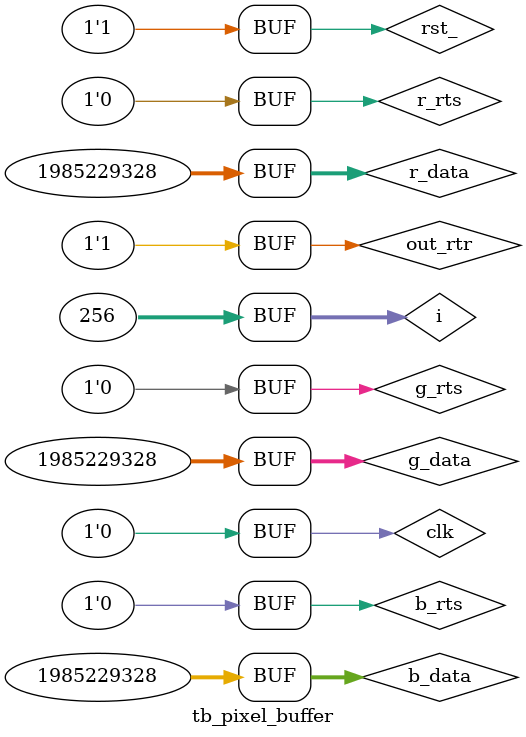
<source format=v>
`timescale 1ns / 1ps

module tb_pixel_buffer;

    // Clock and Async Reset
    reg clk;
    reg rst_;
    
    // Input Interface
    reg [31:0] r_data;
    reg [31:0] g_data;
    reg [31:0] b_data;
    reg r_rts;
    reg g_rts;
    reg b_rts;
    wire in_rtr;
    
    // Output Interface
    wire [11:0] current_pixel;
    wire out_rts;
    reg  out_rtr;
    
    // DEBUG
    wire [5:0] wr_addr;
    wire [5:0] rd_addr;
    wire [11:0] d0, d1, d2, d3, d4, d5, d6, d7;
    wire [11:0] d8, d9, d10, d11, d12, d13, d14, d15;
    
    pixel_buffer uut(
        .clk(clk),
        .rst_(rst_),
        .r_data(r_data),
        .g_data(g_data),
        .b_data(b_data),
        .r_rts(r_rts),
        .g_rts(g_rts),
        .b_rts(b_rts),
        .in_rtr(in_rtr),
        .current_pixel(current_pixel),
        .out_rts(out_rts),
        .out_rtr(out_rtr),
        .wr_addr(wr_addr),
        .rd_addr(rd_addr),
        
        .d0(d0),
        .d1(d1),
        .d2(d2),
        .d3(d3),
        .d4(d4),
        .d5(d5),
        .d6(d6),
        .d7(d7),
        .d8(d8),
        .d9(d9),
        .d10(d10),
        .d11(d11),
        .d12(d12),
        .d13(d13),
        .d14(d14),
        .d15(d15)
    );

    integer i;
    initial begin
    
        clk     = 0;
        rst_    = 1;
        r_data  = 0;
        g_data  = 0;
        b_data  = 0;
        r_rts   = 0;
        g_rts   = 0;
        b_rts   = 0;
        out_rtr = 1;
        
        #10 rst_ = ~rst_;
        #10 rst_ = ~rst_;
        
        begin
            for (i = 0; i < 256; i = i + 1)
            begin
            
                #10 clk = ~clk;
                
                if (i >= 3 && i < 5)
                begin
                    r_data = 32'h76543210;
                    g_data = 32'h76543210;
                    b_data = 32'h76543210;
                    r_rts = 1;
                    g_rts = 1;
                    b_rts = 1;                   
                end
                
                else if (i >= 5 && i < 7)
                begin
                    r_data = 32'hfedcba98;
                    g_data = 32'hfedcba98;
                    b_data = 32'hfedcba98;
                    r_rts = 1;
                    g_rts = 1;
                    b_rts = 1;                   
                end 
                
                else if (i >= 7 && i < 9)
                begin
                    r_data = 32'h76543210;
                    g_data = 32'h76543210;
                    b_data = 32'h76543210;
                    r_rts = 1;
                    g_rts = 1;
                    b_rts = 1;                   
                end
                
                else
                begin
                    r_rts = 0;
                    g_rts = 0;
                    b_rts = 0;                   
                end
                
            end
        end
    
    end

endmodule

</source>
